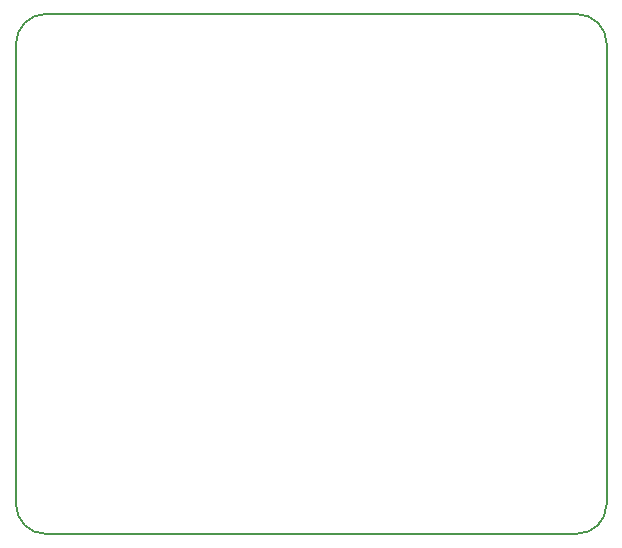
<source format=gko>
G04 Layer_Color=16711935*
%FSLAX44Y44*%
%MOMM*%
G71*
G01*
G75*
%ADD47C,0.2000*%
D47*
X0Y-195000D02*
G03*
X25000Y-220000I25000J0D01*
G01*
X475000D02*
G03*
X500000Y-195000I0J25000D01*
G01*
Y195000D02*
G03*
X475000Y220000I-25000J0D01*
G01*
X25000D02*
G03*
X0Y195000I0J-25000D01*
G01*
Y-195000D02*
Y195000D01*
X25000Y-220000D02*
X475000D01*
X500000Y-195000D02*
Y195000D01*
X25000Y220000D02*
X475000D01*
M02*

</source>
